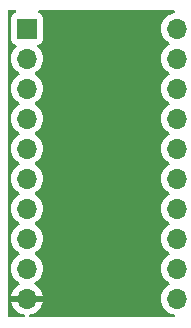
<source format=gbl>
%TF.GenerationSoftware,KiCad,Pcbnew,8.0.4*%
%TF.CreationDate,2025-01-06T14:24:37+00:00*%
%TF.ProjectId,tssop_20_breakout,7473736f-705f-4323-905f-627265616b6f,rev?*%
%TF.SameCoordinates,Original*%
%TF.FileFunction,Copper,L2,Bot*%
%TF.FilePolarity,Positive*%
%FSLAX46Y46*%
G04 Gerber Fmt 4.6, Leading zero omitted, Abs format (unit mm)*
G04 Created by KiCad (PCBNEW 8.0.4) date 2025-01-06 14:24:37*
%MOMM*%
%LPD*%
G01*
G04 APERTURE LIST*
%TA.AperFunction,ComponentPad*%
%ADD10R,1.700000X1.700000*%
%TD*%
%TA.AperFunction,ComponentPad*%
%ADD11O,1.700000X1.700000*%
%TD*%
%TA.AperFunction,ViaPad*%
%ADD12C,0.600000*%
%TD*%
%TA.AperFunction,Conductor*%
%ADD13C,0.500000*%
%TD*%
G04 APERTURE END LIST*
D10*
%TO.P,J3,1,Pin_1*%
%TO.N,Net-(J3-Pin_1)*%
X52150000Y-52070000D03*
D11*
%TO.P,J3,2,Pin_2*%
%TO.N,Net-(J3-Pin_2)*%
X52150000Y-54610000D03*
%TO.P,J3,3,Pin_3*%
%TO.N,Net-(J3-Pin_3)*%
X52150000Y-57150000D03*
%TO.P,J3,4,Pin_4*%
%TO.N,Net-(J3-Pin_4)*%
X52150000Y-59690000D03*
%TO.P,J3,5,Pin_5*%
%TO.N,Net-(J3-Pin_5)*%
X52150000Y-62230000D03*
%TO.P,J3,6,Pin_6*%
%TO.N,Net-(J3-Pin_6)*%
X52150000Y-64770000D03*
%TO.P,J3,7,Pin_7*%
%TO.N,Net-(J3-Pin_7)*%
X52150000Y-67310000D03*
%TO.P,J3,8,Pin_8*%
%TO.N,Net-(J3-Pin_8)*%
X52150000Y-69850000D03*
%TO.P,J3,9,Pin_9*%
%TO.N,Net-(J3-Pin_9)*%
X52150000Y-72390000D03*
%TO.P,J3,10,Pin_10*%
%TO.N,/GND*%
X52150000Y-74930000D03*
%TD*%
%TO.P,J4,1,Pin_1*%
%TO.N,Net-(J4-Pin_1)*%
X64850000Y-74930000D03*
%TO.P,J4,2,Pin_2*%
%TO.N,Net-(J4-Pin_2)*%
X64850000Y-72390000D03*
%TO.P,J4,3,Pin_3*%
%TO.N,Net-(J4-Pin_3)*%
X64850000Y-69850000D03*
%TO.P,J4,4,Pin_4*%
%TO.N,Net-(J4-Pin_4)*%
X64850000Y-67310000D03*
%TO.P,J4,5,Pin_5*%
%TO.N,Net-(J4-Pin_5)*%
X64850000Y-64770000D03*
%TO.P,J4,6,Pin_6*%
%TO.N,Net-(J4-Pin_6)*%
X64850000Y-62230000D03*
%TO.P,J4,7,Pin_7*%
%TO.N,Net-(J4-Pin_7)*%
X64850000Y-59690000D03*
%TO.P,J4,8,Pin_8*%
%TO.N,Net-(J4-Pin_8)*%
X64850000Y-57150000D03*
%TO.P,J4,9,Pin_9*%
%TO.N,Net-(J4-Pin_9)*%
X64850000Y-54610000D03*
%TO.P,J4,10,Pin_10*%
%TO.N,Net-(J4-Pin_10)*%
X64850000Y-52070000D03*
%TD*%
D12*
%TO.N,/GND*%
X57340000Y-57990000D03*
X57340000Y-66460000D03*
%TD*%
D13*
%TO.N,/GND*%
X54115000Y-74930000D02*
X52150000Y-74930000D01*
X57340000Y-71705000D02*
X54115000Y-74930000D01*
X57340000Y-57990000D02*
X57340000Y-71705000D01*
%TD*%
%TA.AperFunction,Conductor*%
%TO.N,/GND*%
G36*
X51176614Y-50520185D02*
G01*
X51222369Y-50572989D01*
X51232313Y-50642147D01*
X51203288Y-50705703D01*
X51152908Y-50740682D01*
X51057671Y-50776202D01*
X51057664Y-50776206D01*
X50942455Y-50862452D01*
X50942452Y-50862455D01*
X50856206Y-50977664D01*
X50856202Y-50977671D01*
X50805908Y-51112517D01*
X50799501Y-51172116D01*
X50799501Y-51172123D01*
X50799500Y-51172135D01*
X50799500Y-52967870D01*
X50799501Y-52967876D01*
X50805908Y-53027483D01*
X50856202Y-53162328D01*
X50856206Y-53162335D01*
X50942452Y-53277544D01*
X50942455Y-53277547D01*
X51057664Y-53363793D01*
X51057671Y-53363797D01*
X51189081Y-53412810D01*
X51245015Y-53454681D01*
X51269432Y-53520145D01*
X51254580Y-53588418D01*
X51233430Y-53616673D01*
X51111503Y-53738600D01*
X50975965Y-53932169D01*
X50975964Y-53932171D01*
X50876098Y-54146335D01*
X50876094Y-54146344D01*
X50814938Y-54374586D01*
X50814936Y-54374596D01*
X50794341Y-54609999D01*
X50794341Y-54610000D01*
X50814936Y-54845403D01*
X50814938Y-54845413D01*
X50876094Y-55073655D01*
X50876096Y-55073659D01*
X50876097Y-55073663D01*
X50975965Y-55287830D01*
X50975967Y-55287834D01*
X51111501Y-55481395D01*
X51111506Y-55481402D01*
X51278597Y-55648493D01*
X51278603Y-55648498D01*
X51464158Y-55778425D01*
X51507783Y-55833002D01*
X51514977Y-55902500D01*
X51483454Y-55964855D01*
X51464158Y-55981575D01*
X51278597Y-56111505D01*
X51111505Y-56278597D01*
X50975965Y-56472169D01*
X50975964Y-56472171D01*
X50876098Y-56686335D01*
X50876094Y-56686344D01*
X50814938Y-56914586D01*
X50814936Y-56914596D01*
X50794341Y-57149999D01*
X50794341Y-57150000D01*
X50814936Y-57385403D01*
X50814938Y-57385413D01*
X50876094Y-57613655D01*
X50876096Y-57613659D01*
X50876097Y-57613663D01*
X50975965Y-57827830D01*
X50975967Y-57827834D01*
X51111501Y-58021395D01*
X51111506Y-58021402D01*
X51278597Y-58188493D01*
X51278603Y-58188498D01*
X51464158Y-58318425D01*
X51507783Y-58373002D01*
X51514977Y-58442500D01*
X51483454Y-58504855D01*
X51464158Y-58521575D01*
X51278597Y-58651505D01*
X51111505Y-58818597D01*
X50975965Y-59012169D01*
X50975964Y-59012171D01*
X50876098Y-59226335D01*
X50876094Y-59226344D01*
X50814938Y-59454586D01*
X50814936Y-59454596D01*
X50794341Y-59689999D01*
X50794341Y-59690000D01*
X50814936Y-59925403D01*
X50814938Y-59925413D01*
X50876094Y-60153655D01*
X50876096Y-60153659D01*
X50876097Y-60153663D01*
X50975965Y-60367830D01*
X50975967Y-60367834D01*
X51111501Y-60561395D01*
X51111506Y-60561402D01*
X51278597Y-60728493D01*
X51278603Y-60728498D01*
X51464158Y-60858425D01*
X51507783Y-60913002D01*
X51514977Y-60982500D01*
X51483454Y-61044855D01*
X51464158Y-61061575D01*
X51278597Y-61191505D01*
X51111505Y-61358597D01*
X50975965Y-61552169D01*
X50975964Y-61552171D01*
X50876098Y-61766335D01*
X50876094Y-61766344D01*
X50814938Y-61994586D01*
X50814936Y-61994596D01*
X50794341Y-62229999D01*
X50794341Y-62230000D01*
X50814936Y-62465403D01*
X50814938Y-62465413D01*
X50876094Y-62693655D01*
X50876096Y-62693659D01*
X50876097Y-62693663D01*
X50975965Y-62907830D01*
X50975967Y-62907834D01*
X51111501Y-63101395D01*
X51111506Y-63101402D01*
X51278597Y-63268493D01*
X51278603Y-63268498D01*
X51464158Y-63398425D01*
X51507783Y-63453002D01*
X51514977Y-63522500D01*
X51483454Y-63584855D01*
X51464158Y-63601575D01*
X51278597Y-63731505D01*
X51111505Y-63898597D01*
X50975965Y-64092169D01*
X50975964Y-64092171D01*
X50876098Y-64306335D01*
X50876094Y-64306344D01*
X50814938Y-64534586D01*
X50814936Y-64534596D01*
X50794341Y-64769999D01*
X50794341Y-64770000D01*
X50814936Y-65005403D01*
X50814938Y-65005413D01*
X50876094Y-65233655D01*
X50876096Y-65233659D01*
X50876097Y-65233663D01*
X50975965Y-65447830D01*
X50975967Y-65447834D01*
X51111501Y-65641395D01*
X51111506Y-65641402D01*
X51278597Y-65808493D01*
X51278603Y-65808498D01*
X51464158Y-65938425D01*
X51507783Y-65993002D01*
X51514977Y-66062500D01*
X51483454Y-66124855D01*
X51464158Y-66141575D01*
X51278597Y-66271505D01*
X51111505Y-66438597D01*
X50975965Y-66632169D01*
X50975964Y-66632171D01*
X50876098Y-66846335D01*
X50876094Y-66846344D01*
X50814938Y-67074586D01*
X50814936Y-67074596D01*
X50794341Y-67309999D01*
X50794341Y-67310000D01*
X50814936Y-67545403D01*
X50814938Y-67545413D01*
X50876094Y-67773655D01*
X50876096Y-67773659D01*
X50876097Y-67773663D01*
X50975965Y-67987830D01*
X50975967Y-67987834D01*
X51111501Y-68181395D01*
X51111506Y-68181402D01*
X51278597Y-68348493D01*
X51278603Y-68348498D01*
X51464158Y-68478425D01*
X51507783Y-68533002D01*
X51514977Y-68602500D01*
X51483454Y-68664855D01*
X51464158Y-68681575D01*
X51278597Y-68811505D01*
X51111505Y-68978597D01*
X50975965Y-69172169D01*
X50975964Y-69172171D01*
X50876098Y-69386335D01*
X50876094Y-69386344D01*
X50814938Y-69614586D01*
X50814936Y-69614596D01*
X50794341Y-69849999D01*
X50794341Y-69850000D01*
X50814936Y-70085403D01*
X50814938Y-70085413D01*
X50876094Y-70313655D01*
X50876096Y-70313659D01*
X50876097Y-70313663D01*
X50975965Y-70527830D01*
X50975967Y-70527834D01*
X51111501Y-70721395D01*
X51111506Y-70721402D01*
X51278597Y-70888493D01*
X51278603Y-70888498D01*
X51464158Y-71018425D01*
X51507783Y-71073002D01*
X51514977Y-71142500D01*
X51483454Y-71204855D01*
X51464158Y-71221575D01*
X51278597Y-71351505D01*
X51111505Y-71518597D01*
X50975965Y-71712169D01*
X50975964Y-71712171D01*
X50876098Y-71926335D01*
X50876094Y-71926344D01*
X50814938Y-72154586D01*
X50814936Y-72154596D01*
X50794341Y-72389999D01*
X50794341Y-72390000D01*
X50814936Y-72625403D01*
X50814938Y-72625413D01*
X50876094Y-72853655D01*
X50876096Y-72853659D01*
X50876097Y-72853663D01*
X50975965Y-73067830D01*
X50975967Y-73067834D01*
X51111501Y-73261395D01*
X51111506Y-73261402D01*
X51278597Y-73428493D01*
X51278603Y-73428498D01*
X51464594Y-73558730D01*
X51508219Y-73613307D01*
X51515413Y-73682805D01*
X51483890Y-73745160D01*
X51464595Y-73761880D01*
X51278922Y-73891890D01*
X51278920Y-73891891D01*
X51111891Y-74058920D01*
X51111886Y-74058926D01*
X50976400Y-74252420D01*
X50976399Y-74252422D01*
X50876570Y-74466507D01*
X50876567Y-74466513D01*
X50819364Y-74679999D01*
X50819364Y-74680000D01*
X51716988Y-74680000D01*
X51684075Y-74737007D01*
X51650000Y-74864174D01*
X51650000Y-74995826D01*
X51684075Y-75122993D01*
X51716988Y-75180000D01*
X50819364Y-75180000D01*
X50876567Y-75393486D01*
X50876570Y-75393492D01*
X50976399Y-75607578D01*
X51111894Y-75801082D01*
X51278917Y-75968105D01*
X51472421Y-76103600D01*
X51686507Y-76203429D01*
X51686516Y-76203433D01*
X51881673Y-76255725D01*
X51941334Y-76292090D01*
X51971863Y-76354937D01*
X51963568Y-76424312D01*
X51919083Y-76478190D01*
X51852531Y-76499465D01*
X51849580Y-76499500D01*
X50624500Y-76499500D01*
X50557461Y-76479815D01*
X50511706Y-76427011D01*
X50500500Y-76375500D01*
X50500500Y-50624500D01*
X50520185Y-50557461D01*
X50572989Y-50511706D01*
X50624500Y-50500500D01*
X51109575Y-50500500D01*
X51176614Y-50520185D01*
G37*
%TD.AperFunction*%
%TA.AperFunction,Conductor*%
G36*
X64614688Y-50520185D02*
G01*
X64660443Y-50572989D01*
X64670387Y-50642147D01*
X64641362Y-50705703D01*
X64582584Y-50743477D01*
X64579742Y-50744275D01*
X64386344Y-50796094D01*
X64386335Y-50796098D01*
X64172171Y-50895964D01*
X64172169Y-50895965D01*
X63978597Y-51031505D01*
X63811505Y-51198597D01*
X63675965Y-51392169D01*
X63675964Y-51392171D01*
X63576098Y-51606335D01*
X63576094Y-51606344D01*
X63514938Y-51834586D01*
X63514936Y-51834596D01*
X63494341Y-52069999D01*
X63494341Y-52070000D01*
X63514936Y-52305403D01*
X63514938Y-52305413D01*
X63576094Y-52533655D01*
X63576096Y-52533659D01*
X63576097Y-52533663D01*
X63675965Y-52747830D01*
X63675967Y-52747834D01*
X63811501Y-52941395D01*
X63811506Y-52941402D01*
X63978597Y-53108493D01*
X63978603Y-53108498D01*
X64164158Y-53238425D01*
X64207783Y-53293002D01*
X64214977Y-53362500D01*
X64183454Y-53424855D01*
X64164158Y-53441575D01*
X63978597Y-53571505D01*
X63811505Y-53738597D01*
X63675965Y-53932169D01*
X63675964Y-53932171D01*
X63576098Y-54146335D01*
X63576094Y-54146344D01*
X63514938Y-54374586D01*
X63514936Y-54374596D01*
X63494341Y-54609999D01*
X63494341Y-54610000D01*
X63514936Y-54845403D01*
X63514938Y-54845413D01*
X63576094Y-55073655D01*
X63576096Y-55073659D01*
X63576097Y-55073663D01*
X63675965Y-55287830D01*
X63675967Y-55287834D01*
X63811501Y-55481395D01*
X63811506Y-55481402D01*
X63978597Y-55648493D01*
X63978603Y-55648498D01*
X64164158Y-55778425D01*
X64207783Y-55833002D01*
X64214977Y-55902500D01*
X64183454Y-55964855D01*
X64164158Y-55981575D01*
X63978597Y-56111505D01*
X63811505Y-56278597D01*
X63675965Y-56472169D01*
X63675964Y-56472171D01*
X63576098Y-56686335D01*
X63576094Y-56686344D01*
X63514938Y-56914586D01*
X63514936Y-56914596D01*
X63494341Y-57149999D01*
X63494341Y-57150000D01*
X63514936Y-57385403D01*
X63514938Y-57385413D01*
X63576094Y-57613655D01*
X63576096Y-57613659D01*
X63576097Y-57613663D01*
X63675965Y-57827830D01*
X63675967Y-57827834D01*
X63811501Y-58021395D01*
X63811506Y-58021402D01*
X63978597Y-58188493D01*
X63978603Y-58188498D01*
X64164158Y-58318425D01*
X64207783Y-58373002D01*
X64214977Y-58442500D01*
X64183454Y-58504855D01*
X64164158Y-58521575D01*
X63978597Y-58651505D01*
X63811505Y-58818597D01*
X63675965Y-59012169D01*
X63675964Y-59012171D01*
X63576098Y-59226335D01*
X63576094Y-59226344D01*
X63514938Y-59454586D01*
X63514936Y-59454596D01*
X63494341Y-59689999D01*
X63494341Y-59690000D01*
X63514936Y-59925403D01*
X63514938Y-59925413D01*
X63576094Y-60153655D01*
X63576096Y-60153659D01*
X63576097Y-60153663D01*
X63675965Y-60367830D01*
X63675967Y-60367834D01*
X63811501Y-60561395D01*
X63811506Y-60561402D01*
X63978597Y-60728493D01*
X63978603Y-60728498D01*
X64164158Y-60858425D01*
X64207783Y-60913002D01*
X64214977Y-60982500D01*
X64183454Y-61044855D01*
X64164158Y-61061575D01*
X63978597Y-61191505D01*
X63811505Y-61358597D01*
X63675965Y-61552169D01*
X63675964Y-61552171D01*
X63576098Y-61766335D01*
X63576094Y-61766344D01*
X63514938Y-61994586D01*
X63514936Y-61994596D01*
X63494341Y-62229999D01*
X63494341Y-62230000D01*
X63514936Y-62465403D01*
X63514938Y-62465413D01*
X63576094Y-62693655D01*
X63576096Y-62693659D01*
X63576097Y-62693663D01*
X63675965Y-62907830D01*
X63675967Y-62907834D01*
X63811501Y-63101395D01*
X63811506Y-63101402D01*
X63978597Y-63268493D01*
X63978603Y-63268498D01*
X64164158Y-63398425D01*
X64207783Y-63453002D01*
X64214977Y-63522500D01*
X64183454Y-63584855D01*
X64164158Y-63601575D01*
X63978597Y-63731505D01*
X63811505Y-63898597D01*
X63675965Y-64092169D01*
X63675964Y-64092171D01*
X63576098Y-64306335D01*
X63576094Y-64306344D01*
X63514938Y-64534586D01*
X63514936Y-64534596D01*
X63494341Y-64769999D01*
X63494341Y-64770000D01*
X63514936Y-65005403D01*
X63514938Y-65005413D01*
X63576094Y-65233655D01*
X63576096Y-65233659D01*
X63576097Y-65233663D01*
X63675965Y-65447830D01*
X63675967Y-65447834D01*
X63811501Y-65641395D01*
X63811506Y-65641402D01*
X63978597Y-65808493D01*
X63978603Y-65808498D01*
X64164158Y-65938425D01*
X64207783Y-65993002D01*
X64214977Y-66062500D01*
X64183454Y-66124855D01*
X64164158Y-66141575D01*
X63978597Y-66271505D01*
X63811505Y-66438597D01*
X63675965Y-66632169D01*
X63675964Y-66632171D01*
X63576098Y-66846335D01*
X63576094Y-66846344D01*
X63514938Y-67074586D01*
X63514936Y-67074596D01*
X63494341Y-67309999D01*
X63494341Y-67310000D01*
X63514936Y-67545403D01*
X63514938Y-67545413D01*
X63576094Y-67773655D01*
X63576096Y-67773659D01*
X63576097Y-67773663D01*
X63675965Y-67987830D01*
X63675967Y-67987834D01*
X63811501Y-68181395D01*
X63811506Y-68181402D01*
X63978597Y-68348493D01*
X63978603Y-68348498D01*
X64164158Y-68478425D01*
X64207783Y-68533002D01*
X64214977Y-68602500D01*
X64183454Y-68664855D01*
X64164158Y-68681575D01*
X63978597Y-68811505D01*
X63811505Y-68978597D01*
X63675965Y-69172169D01*
X63675964Y-69172171D01*
X63576098Y-69386335D01*
X63576094Y-69386344D01*
X63514938Y-69614586D01*
X63514936Y-69614596D01*
X63494341Y-69849999D01*
X63494341Y-69850000D01*
X63514936Y-70085403D01*
X63514938Y-70085413D01*
X63576094Y-70313655D01*
X63576096Y-70313659D01*
X63576097Y-70313663D01*
X63675965Y-70527830D01*
X63675967Y-70527834D01*
X63811501Y-70721395D01*
X63811506Y-70721402D01*
X63978597Y-70888493D01*
X63978603Y-70888498D01*
X64164158Y-71018425D01*
X64207783Y-71073002D01*
X64214977Y-71142500D01*
X64183454Y-71204855D01*
X64164158Y-71221575D01*
X63978597Y-71351505D01*
X63811505Y-71518597D01*
X63675965Y-71712169D01*
X63675964Y-71712171D01*
X63576098Y-71926335D01*
X63576094Y-71926344D01*
X63514938Y-72154586D01*
X63514936Y-72154596D01*
X63494341Y-72389999D01*
X63494341Y-72390000D01*
X63514936Y-72625403D01*
X63514938Y-72625413D01*
X63576094Y-72853655D01*
X63576096Y-72853659D01*
X63576097Y-72853663D01*
X63675965Y-73067830D01*
X63675967Y-73067834D01*
X63811501Y-73261395D01*
X63811506Y-73261402D01*
X63978597Y-73428493D01*
X63978603Y-73428498D01*
X64164158Y-73558425D01*
X64207783Y-73613002D01*
X64214977Y-73682500D01*
X64183454Y-73744855D01*
X64164158Y-73761575D01*
X63978597Y-73891505D01*
X63811505Y-74058597D01*
X63675965Y-74252169D01*
X63675964Y-74252171D01*
X63576098Y-74466335D01*
X63576094Y-74466344D01*
X63514938Y-74694586D01*
X63514936Y-74694596D01*
X63494341Y-74929999D01*
X63494341Y-74930000D01*
X63514936Y-75165403D01*
X63514938Y-75165413D01*
X63576094Y-75393655D01*
X63576096Y-75393659D01*
X63576097Y-75393663D01*
X63675847Y-75607578D01*
X63675965Y-75607830D01*
X63675967Y-75607834D01*
X63784281Y-75762521D01*
X63811505Y-75801401D01*
X63978599Y-75968495D01*
X64075384Y-76036265D01*
X64172165Y-76104032D01*
X64172167Y-76104033D01*
X64172170Y-76104035D01*
X64386337Y-76203903D01*
X64386343Y-76203904D01*
X64386344Y-76203905D01*
X64579742Y-76255725D01*
X64639403Y-76292090D01*
X64669932Y-76354936D01*
X64661638Y-76424312D01*
X64617152Y-76478190D01*
X64550601Y-76499465D01*
X64547649Y-76499500D01*
X52450420Y-76499500D01*
X52383381Y-76479815D01*
X52337626Y-76427011D01*
X52327682Y-76357853D01*
X52356707Y-76294297D01*
X52415485Y-76256523D01*
X52418327Y-76255725D01*
X52613483Y-76203433D01*
X52613492Y-76203429D01*
X52827578Y-76103600D01*
X53021082Y-75968105D01*
X53188105Y-75801082D01*
X53323600Y-75607578D01*
X53423429Y-75393492D01*
X53423432Y-75393486D01*
X53480636Y-75180000D01*
X52583012Y-75180000D01*
X52615925Y-75122993D01*
X52650000Y-74995826D01*
X52650000Y-74864174D01*
X52615925Y-74737007D01*
X52583012Y-74680000D01*
X53480636Y-74680000D01*
X53480635Y-74679999D01*
X53423432Y-74466513D01*
X53423429Y-74466507D01*
X53323600Y-74252422D01*
X53323599Y-74252420D01*
X53188113Y-74058926D01*
X53188108Y-74058920D01*
X53021078Y-73891890D01*
X52835405Y-73761879D01*
X52791780Y-73707302D01*
X52784588Y-73637804D01*
X52816110Y-73575449D01*
X52835406Y-73558730D01*
X52835842Y-73558425D01*
X53021401Y-73428495D01*
X53188495Y-73261401D01*
X53324035Y-73067830D01*
X53423903Y-72853663D01*
X53485063Y-72625408D01*
X53505659Y-72390000D01*
X53485063Y-72154592D01*
X53423903Y-71926337D01*
X53324035Y-71712171D01*
X53188495Y-71518599D01*
X53188494Y-71518597D01*
X53021402Y-71351506D01*
X53021396Y-71351501D01*
X52835842Y-71221575D01*
X52792217Y-71166998D01*
X52785023Y-71097500D01*
X52816546Y-71035145D01*
X52835842Y-71018425D01*
X52858026Y-71002891D01*
X53021401Y-70888495D01*
X53188495Y-70721401D01*
X53324035Y-70527830D01*
X53423903Y-70313663D01*
X53485063Y-70085408D01*
X53505659Y-69850000D01*
X53485063Y-69614592D01*
X53423903Y-69386337D01*
X53324035Y-69172171D01*
X53188495Y-68978599D01*
X53188494Y-68978597D01*
X53021402Y-68811506D01*
X53021396Y-68811501D01*
X52835842Y-68681575D01*
X52792217Y-68626998D01*
X52785023Y-68557500D01*
X52816546Y-68495145D01*
X52835842Y-68478425D01*
X52858026Y-68462891D01*
X53021401Y-68348495D01*
X53188495Y-68181401D01*
X53324035Y-67987830D01*
X53423903Y-67773663D01*
X53485063Y-67545408D01*
X53505659Y-67310000D01*
X53485063Y-67074592D01*
X53423903Y-66846337D01*
X53324035Y-66632171D01*
X53188495Y-66438599D01*
X53188494Y-66438597D01*
X53021402Y-66271506D01*
X53021396Y-66271501D01*
X52835842Y-66141575D01*
X52792217Y-66086998D01*
X52785023Y-66017500D01*
X52816546Y-65955145D01*
X52835842Y-65938425D01*
X52858026Y-65922891D01*
X53021401Y-65808495D01*
X53188495Y-65641401D01*
X53324035Y-65447830D01*
X53423903Y-65233663D01*
X53485063Y-65005408D01*
X53505659Y-64770000D01*
X53485063Y-64534592D01*
X53423903Y-64306337D01*
X53324035Y-64092171D01*
X53188495Y-63898599D01*
X53188494Y-63898597D01*
X53021402Y-63731506D01*
X53021396Y-63731501D01*
X52835842Y-63601575D01*
X52792217Y-63546998D01*
X52785023Y-63477500D01*
X52816546Y-63415145D01*
X52835842Y-63398425D01*
X52858026Y-63382891D01*
X53021401Y-63268495D01*
X53188495Y-63101401D01*
X53324035Y-62907830D01*
X53423903Y-62693663D01*
X53485063Y-62465408D01*
X53505659Y-62230000D01*
X53485063Y-61994592D01*
X53423903Y-61766337D01*
X53324035Y-61552171D01*
X53188495Y-61358599D01*
X53188494Y-61358597D01*
X53021402Y-61191506D01*
X53021396Y-61191501D01*
X52835842Y-61061575D01*
X52792217Y-61006998D01*
X52785023Y-60937500D01*
X52816546Y-60875145D01*
X52835842Y-60858425D01*
X52858026Y-60842891D01*
X53021401Y-60728495D01*
X53188495Y-60561401D01*
X53324035Y-60367830D01*
X53423903Y-60153663D01*
X53485063Y-59925408D01*
X53505659Y-59690000D01*
X53485063Y-59454592D01*
X53423903Y-59226337D01*
X53324035Y-59012171D01*
X53188495Y-58818599D01*
X53188494Y-58818597D01*
X53021402Y-58651506D01*
X53021396Y-58651501D01*
X52835842Y-58521575D01*
X52792217Y-58466998D01*
X52785023Y-58397500D01*
X52816546Y-58335145D01*
X52835842Y-58318425D01*
X52858026Y-58302891D01*
X53021401Y-58188495D01*
X53188495Y-58021401D01*
X53324035Y-57827830D01*
X53423903Y-57613663D01*
X53485063Y-57385408D01*
X53505659Y-57150000D01*
X53485063Y-56914592D01*
X53423903Y-56686337D01*
X53324035Y-56472171D01*
X53188495Y-56278599D01*
X53188494Y-56278597D01*
X53021402Y-56111506D01*
X53021396Y-56111501D01*
X52835842Y-55981575D01*
X52792217Y-55926998D01*
X52785023Y-55857500D01*
X52816546Y-55795145D01*
X52835842Y-55778425D01*
X52858026Y-55762891D01*
X53021401Y-55648495D01*
X53188495Y-55481401D01*
X53324035Y-55287830D01*
X53423903Y-55073663D01*
X53485063Y-54845408D01*
X53505659Y-54610000D01*
X53485063Y-54374592D01*
X53423903Y-54146337D01*
X53324035Y-53932171D01*
X53188495Y-53738599D01*
X53066567Y-53616671D01*
X53033084Y-53555351D01*
X53038068Y-53485659D01*
X53079939Y-53429725D01*
X53110915Y-53412810D01*
X53242331Y-53363796D01*
X53357546Y-53277546D01*
X53443796Y-53162331D01*
X53494091Y-53027483D01*
X53500500Y-52967873D01*
X53500499Y-51172128D01*
X53494091Y-51112517D01*
X53443796Y-50977669D01*
X53443795Y-50977668D01*
X53443793Y-50977664D01*
X53357547Y-50862455D01*
X53357544Y-50862452D01*
X53242335Y-50776206D01*
X53242328Y-50776202D01*
X53147092Y-50740682D01*
X53091158Y-50698811D01*
X53066741Y-50633347D01*
X53081592Y-50565074D01*
X53130997Y-50515668D01*
X53190425Y-50500500D01*
X64547649Y-50500500D01*
X64614688Y-50520185D01*
G37*
%TD.AperFunction*%
%TD*%
M02*

</source>
